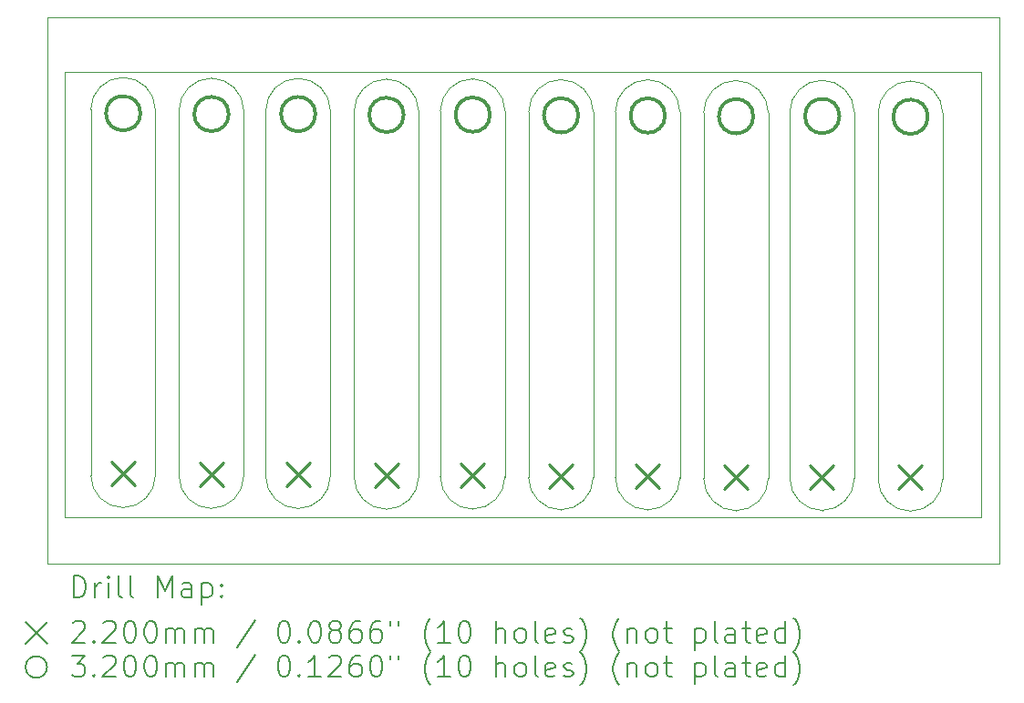
<source format=gbr>
%TF.GenerationSoftware,KiCad,Pcbnew,7.0.1*%
%TF.CreationDate,2023-03-31T11:37:34-07:00*%
%TF.ProjectId,leaf springs,6c656166-2073-4707-9269-6e67732e6b69,rev?*%
%TF.SameCoordinates,Original*%
%TF.FileFunction,Drillmap*%
%TF.FilePolarity,Positive*%
%FSLAX45Y45*%
G04 Gerber Fmt 4.5, Leading zero omitted, Abs format (unit mm)*
G04 Created by KiCad (PCBNEW 7.0.1) date 2023-03-31 11:37:34*
%MOMM*%
%LPD*%
G01*
G04 APERTURE LIST*
%ADD10C,0.100000*%
%ADD11C,0.200000*%
%ADD12C,0.220000*%
%ADD13C,0.320000*%
G04 APERTURE END LIST*
D10*
X15882000Y-9231000D02*
X15882000Y-9231000D01*
X12936000Y-5518000D02*
G75*
G03*
X12636000Y-5218000I-300000J0D01*
G01*
X14261000Y-9226000D02*
G75*
G03*
X14561000Y-8926000I0J300000D01*
G01*
X18627000Y-5546000D02*
G75*
G03*
X18327000Y-5246000I-300000J0D01*
G01*
X12936000Y-5518000D02*
X12936000Y-8918000D01*
X15582000Y-8931000D02*
X15582000Y-5531000D01*
X17807000Y-5539000D02*
X17807000Y-8939000D01*
X16402000Y-8938000D02*
X16402000Y-5538000D01*
X17002000Y-5538000D02*
X17002000Y-8938000D01*
X15882000Y-9231000D02*
G75*
G03*
X16182000Y-8931000I0J300000D01*
G01*
X18327000Y-9246000D02*
G75*
G03*
X18627000Y-8946000I0J300000D01*
G01*
X14261000Y-5226000D02*
G75*
G03*
X13961000Y-5526000I0J-300000D01*
G01*
X13456000Y-9225000D02*
X13456000Y-9225000D01*
X13456000Y-9225000D02*
G75*
G03*
X13756000Y-8925000I0J300000D01*
G01*
X19126868Y-5243868D02*
G75*
G03*
X18826868Y-5543868I2J-300002D01*
G01*
X17207000Y-8939000D02*
X17207000Y-5539000D01*
X13156000Y-8925000D02*
G75*
G03*
X13456000Y-9225000I300000J0D01*
G01*
X17807000Y-5539000D02*
G75*
G03*
X17507000Y-5239000I-300000J0D01*
G01*
X18027000Y-8946000D02*
G75*
G03*
X18327000Y-9246000I300000J0D01*
G01*
X19946868Y-9250868D02*
G75*
G03*
X20246868Y-8950868I2J299998D01*
G01*
X15081000Y-5233000D02*
G75*
G03*
X14781000Y-5533000I0J-300000D01*
G01*
X15081000Y-9233000D02*
X15081000Y-9233000D01*
X19126868Y-5243868D02*
X19126868Y-5243868D01*
X16702000Y-5238000D02*
G75*
G03*
X16402000Y-5538000I0J-300000D01*
G01*
X15081000Y-9233000D02*
G75*
G03*
X15381000Y-8933000I0J300000D01*
G01*
X18327000Y-9246000D02*
X18327000Y-9246000D01*
X17207000Y-8939000D02*
G75*
G03*
X17507000Y-9239000I300000J0D01*
G01*
X19126868Y-9243868D02*
X19126868Y-9243868D01*
X13756000Y-5525000D02*
X13756000Y-8925000D01*
X13961000Y-8926000D02*
G75*
G03*
X14261000Y-9226000I300000J0D01*
G01*
X20246868Y-5550868D02*
X20246868Y-8950868D01*
X15081000Y-5233000D02*
X15081000Y-5233000D01*
X13156000Y-8925000D02*
X13156000Y-5525000D01*
X20246872Y-5550868D02*
G75*
G03*
X19946868Y-5250868I-300002J-2D01*
G01*
X14261000Y-5226000D02*
X14261000Y-5226000D01*
X17507000Y-9239000D02*
G75*
G03*
X17807000Y-8939000I0J300000D01*
G01*
X13456000Y-5225000D02*
X13456000Y-5225000D01*
X17507000Y-9239000D02*
X17507000Y-9239000D01*
X18327000Y-5246000D02*
X18327000Y-5246000D01*
X18027000Y-8946000D02*
X18027000Y-5546000D01*
X18826868Y-8943868D02*
X18826868Y-5543868D01*
X15882000Y-5231000D02*
G75*
G03*
X15582000Y-5531000I0J-300000D01*
G01*
X13456000Y-5225000D02*
G75*
G03*
X13156000Y-5525000I0J-300000D01*
G01*
X14561000Y-5526000D02*
X14561000Y-8926000D01*
X14781000Y-8933000D02*
G75*
G03*
X15081000Y-9233000I300000J0D01*
G01*
X17507000Y-5239000D02*
X17507000Y-5239000D01*
X12636000Y-9218000D02*
G75*
G03*
X12936000Y-8918000I0J300000D01*
G01*
X16402000Y-8938000D02*
G75*
G03*
X16702000Y-9238000I300000J0D01*
G01*
X18826872Y-8943868D02*
G75*
G03*
X19126868Y-9243868I299998J-2D01*
G01*
X12336000Y-8918000D02*
G75*
G03*
X12636000Y-9218000I300000J0D01*
G01*
X13756000Y-5525000D02*
G75*
G03*
X13456000Y-5225000I-300000J0D01*
G01*
X14781000Y-8933000D02*
X14781000Y-5533000D01*
X17507000Y-5239000D02*
G75*
G03*
X17207000Y-5539000I0J-300000D01*
G01*
X19946868Y-5250868D02*
G75*
G03*
X19646868Y-5550868I2J-300002D01*
G01*
X12093000Y-5171000D02*
X20603000Y-5171000D01*
X20603000Y-9310000D01*
X12093000Y-9310000D01*
X12093000Y-5171000D01*
X16182000Y-5531000D02*
G75*
G03*
X15882000Y-5231000I-300000J0D01*
G01*
X12636000Y-5218000D02*
X12636000Y-5218000D01*
X15381000Y-5533000D02*
G75*
G03*
X15081000Y-5233000I-300000J0D01*
G01*
X14561000Y-5526000D02*
G75*
G03*
X14261000Y-5226000I-300000J0D01*
G01*
X19646868Y-8950868D02*
X19646868Y-5550868D01*
X17002000Y-5538000D02*
G75*
G03*
X16702000Y-5238000I-300000J0D01*
G01*
X12636000Y-5218000D02*
G75*
G03*
X12336000Y-5518000I0J-300000D01*
G01*
X19946868Y-5250868D02*
X19946868Y-5250868D01*
X13961000Y-8926000D02*
X13961000Y-5526000D01*
X18627000Y-5546000D02*
X18627000Y-8946000D01*
X16182000Y-5531000D02*
X16182000Y-8931000D01*
X19426868Y-5543868D02*
X19426868Y-8943868D01*
X19426872Y-5543868D02*
G75*
G03*
X19126868Y-5243868I-300002J-2D01*
G01*
X12636000Y-9218000D02*
X12636000Y-9218000D01*
X16702000Y-5238000D02*
X16702000Y-5238000D01*
X18327000Y-5246000D02*
G75*
G03*
X18027000Y-5546000I0J-300000D01*
G01*
X15882000Y-5231000D02*
X15882000Y-5231000D01*
X19126868Y-9243868D02*
G75*
G03*
X19426868Y-8943868I2J299998D01*
G01*
X14261000Y-9226000D02*
X14261000Y-9226000D01*
X12336000Y-8918000D02*
X12336000Y-5518000D01*
X11935000Y-4656000D02*
X20773000Y-4656000D01*
X20773000Y-9735000D01*
X11935000Y-9735000D01*
X11935000Y-4656000D01*
X16702000Y-9238000D02*
G75*
G03*
X17002000Y-8938000I0J300000D01*
G01*
X19946868Y-9250868D02*
X19946868Y-9250868D01*
X16702000Y-9238000D02*
X16702000Y-9238000D01*
X15381000Y-5533000D02*
X15381000Y-8933000D01*
X19646872Y-8950868D02*
G75*
G03*
X19946868Y-9250868I299998J-2D01*
G01*
X15582000Y-8931000D02*
G75*
G03*
X15882000Y-9231000I300000J0D01*
G01*
D11*
D12*
X12525000Y-8795000D02*
X12745000Y-9015000D01*
X12745000Y-8795000D02*
X12525000Y-9015000D01*
X13345000Y-8802000D02*
X13565000Y-9022000D01*
X13565000Y-8802000D02*
X13345000Y-9022000D01*
X14150000Y-8803000D02*
X14370000Y-9023000D01*
X14370000Y-8803000D02*
X14150000Y-9023000D01*
X14970000Y-8810000D02*
X15190000Y-9030000D01*
X15190000Y-8810000D02*
X14970000Y-9030000D01*
X15771000Y-8808000D02*
X15991000Y-9028000D01*
X15991000Y-8808000D02*
X15771000Y-9028000D01*
X16591000Y-8815000D02*
X16811000Y-9035000D01*
X16811000Y-8815000D02*
X16591000Y-9035000D01*
X17396000Y-8816000D02*
X17616000Y-9036000D01*
X17616000Y-8816000D02*
X17396000Y-9036000D01*
X18216000Y-8823000D02*
X18436000Y-9043000D01*
X18436000Y-8823000D02*
X18216000Y-9043000D01*
X19015868Y-8820868D02*
X19235868Y-9040868D01*
X19235868Y-8820868D02*
X19015868Y-9040868D01*
X19835868Y-8827868D02*
X20055868Y-9047868D01*
X20055868Y-8827868D02*
X19835868Y-9047868D01*
D13*
X12797000Y-5551000D02*
G75*
G03*
X12797000Y-5551000I-160000J0D01*
G01*
X13617000Y-5558000D02*
G75*
G03*
X13617000Y-5558000I-160000J0D01*
G01*
X14422000Y-5559000D02*
G75*
G03*
X14422000Y-5559000I-160000J0D01*
G01*
X15242000Y-5566000D02*
G75*
G03*
X15242000Y-5566000I-160000J0D01*
G01*
X16043000Y-5564000D02*
G75*
G03*
X16043000Y-5564000I-160000J0D01*
G01*
X16863000Y-5571000D02*
G75*
G03*
X16863000Y-5571000I-160000J0D01*
G01*
X17668000Y-5572000D02*
G75*
G03*
X17668000Y-5572000I-160000J0D01*
G01*
X18488000Y-5579000D02*
G75*
G03*
X18488000Y-5579000I-160000J0D01*
G01*
X19287868Y-5576868D02*
G75*
G03*
X19287868Y-5576868I-160000J0D01*
G01*
X20107868Y-5583868D02*
G75*
G03*
X20107868Y-5583868I-160000J0D01*
G01*
D11*
X12177619Y-10052524D02*
X12177619Y-9852524D01*
X12177619Y-9852524D02*
X12225238Y-9852524D01*
X12225238Y-9852524D02*
X12253809Y-9862048D01*
X12253809Y-9862048D02*
X12272857Y-9881095D01*
X12272857Y-9881095D02*
X12282381Y-9900143D01*
X12282381Y-9900143D02*
X12291905Y-9938238D01*
X12291905Y-9938238D02*
X12291905Y-9966810D01*
X12291905Y-9966810D02*
X12282381Y-10004905D01*
X12282381Y-10004905D02*
X12272857Y-10023952D01*
X12272857Y-10023952D02*
X12253809Y-10043000D01*
X12253809Y-10043000D02*
X12225238Y-10052524D01*
X12225238Y-10052524D02*
X12177619Y-10052524D01*
X12377619Y-10052524D02*
X12377619Y-9919190D01*
X12377619Y-9957286D02*
X12387143Y-9938238D01*
X12387143Y-9938238D02*
X12396667Y-9928714D01*
X12396667Y-9928714D02*
X12415714Y-9919190D01*
X12415714Y-9919190D02*
X12434762Y-9919190D01*
X12501428Y-10052524D02*
X12501428Y-9919190D01*
X12501428Y-9852524D02*
X12491905Y-9862048D01*
X12491905Y-9862048D02*
X12501428Y-9871571D01*
X12501428Y-9871571D02*
X12510952Y-9862048D01*
X12510952Y-9862048D02*
X12501428Y-9852524D01*
X12501428Y-9852524D02*
X12501428Y-9871571D01*
X12625238Y-10052524D02*
X12606190Y-10043000D01*
X12606190Y-10043000D02*
X12596667Y-10023952D01*
X12596667Y-10023952D02*
X12596667Y-9852524D01*
X12730000Y-10052524D02*
X12710952Y-10043000D01*
X12710952Y-10043000D02*
X12701428Y-10023952D01*
X12701428Y-10023952D02*
X12701428Y-9852524D01*
X12958571Y-10052524D02*
X12958571Y-9852524D01*
X12958571Y-9852524D02*
X13025238Y-9995381D01*
X13025238Y-9995381D02*
X13091905Y-9852524D01*
X13091905Y-9852524D02*
X13091905Y-10052524D01*
X13272857Y-10052524D02*
X13272857Y-9947762D01*
X13272857Y-9947762D02*
X13263333Y-9928714D01*
X13263333Y-9928714D02*
X13244286Y-9919190D01*
X13244286Y-9919190D02*
X13206190Y-9919190D01*
X13206190Y-9919190D02*
X13187143Y-9928714D01*
X13272857Y-10043000D02*
X13253809Y-10052524D01*
X13253809Y-10052524D02*
X13206190Y-10052524D01*
X13206190Y-10052524D02*
X13187143Y-10043000D01*
X13187143Y-10043000D02*
X13177619Y-10023952D01*
X13177619Y-10023952D02*
X13177619Y-10004905D01*
X13177619Y-10004905D02*
X13187143Y-9985857D01*
X13187143Y-9985857D02*
X13206190Y-9976333D01*
X13206190Y-9976333D02*
X13253809Y-9976333D01*
X13253809Y-9976333D02*
X13272857Y-9966810D01*
X13368095Y-9919190D02*
X13368095Y-10119190D01*
X13368095Y-9928714D02*
X13387143Y-9919190D01*
X13387143Y-9919190D02*
X13425238Y-9919190D01*
X13425238Y-9919190D02*
X13444286Y-9928714D01*
X13444286Y-9928714D02*
X13453809Y-9938238D01*
X13453809Y-9938238D02*
X13463333Y-9957286D01*
X13463333Y-9957286D02*
X13463333Y-10014429D01*
X13463333Y-10014429D02*
X13453809Y-10033476D01*
X13453809Y-10033476D02*
X13444286Y-10043000D01*
X13444286Y-10043000D02*
X13425238Y-10052524D01*
X13425238Y-10052524D02*
X13387143Y-10052524D01*
X13387143Y-10052524D02*
X13368095Y-10043000D01*
X13549048Y-10033476D02*
X13558571Y-10043000D01*
X13558571Y-10043000D02*
X13549048Y-10052524D01*
X13549048Y-10052524D02*
X13539524Y-10043000D01*
X13539524Y-10043000D02*
X13549048Y-10033476D01*
X13549048Y-10033476D02*
X13549048Y-10052524D01*
X13549048Y-9928714D02*
X13558571Y-9938238D01*
X13558571Y-9938238D02*
X13549048Y-9947762D01*
X13549048Y-9947762D02*
X13539524Y-9938238D01*
X13539524Y-9938238D02*
X13549048Y-9928714D01*
X13549048Y-9928714D02*
X13549048Y-9947762D01*
X11730000Y-10280000D02*
X11930000Y-10480000D01*
X11930000Y-10280000D02*
X11730000Y-10480000D01*
X12168095Y-10291571D02*
X12177619Y-10282048D01*
X12177619Y-10282048D02*
X12196667Y-10272524D01*
X12196667Y-10272524D02*
X12244286Y-10272524D01*
X12244286Y-10272524D02*
X12263333Y-10282048D01*
X12263333Y-10282048D02*
X12272857Y-10291571D01*
X12272857Y-10291571D02*
X12282381Y-10310619D01*
X12282381Y-10310619D02*
X12282381Y-10329667D01*
X12282381Y-10329667D02*
X12272857Y-10358238D01*
X12272857Y-10358238D02*
X12158571Y-10472524D01*
X12158571Y-10472524D02*
X12282381Y-10472524D01*
X12368095Y-10453476D02*
X12377619Y-10463000D01*
X12377619Y-10463000D02*
X12368095Y-10472524D01*
X12368095Y-10472524D02*
X12358571Y-10463000D01*
X12358571Y-10463000D02*
X12368095Y-10453476D01*
X12368095Y-10453476D02*
X12368095Y-10472524D01*
X12453809Y-10291571D02*
X12463333Y-10282048D01*
X12463333Y-10282048D02*
X12482381Y-10272524D01*
X12482381Y-10272524D02*
X12530000Y-10272524D01*
X12530000Y-10272524D02*
X12549048Y-10282048D01*
X12549048Y-10282048D02*
X12558571Y-10291571D01*
X12558571Y-10291571D02*
X12568095Y-10310619D01*
X12568095Y-10310619D02*
X12568095Y-10329667D01*
X12568095Y-10329667D02*
X12558571Y-10358238D01*
X12558571Y-10358238D02*
X12444286Y-10472524D01*
X12444286Y-10472524D02*
X12568095Y-10472524D01*
X12691905Y-10272524D02*
X12710952Y-10272524D01*
X12710952Y-10272524D02*
X12730000Y-10282048D01*
X12730000Y-10282048D02*
X12739524Y-10291571D01*
X12739524Y-10291571D02*
X12749048Y-10310619D01*
X12749048Y-10310619D02*
X12758571Y-10348714D01*
X12758571Y-10348714D02*
X12758571Y-10396333D01*
X12758571Y-10396333D02*
X12749048Y-10434429D01*
X12749048Y-10434429D02*
X12739524Y-10453476D01*
X12739524Y-10453476D02*
X12730000Y-10463000D01*
X12730000Y-10463000D02*
X12710952Y-10472524D01*
X12710952Y-10472524D02*
X12691905Y-10472524D01*
X12691905Y-10472524D02*
X12672857Y-10463000D01*
X12672857Y-10463000D02*
X12663333Y-10453476D01*
X12663333Y-10453476D02*
X12653809Y-10434429D01*
X12653809Y-10434429D02*
X12644286Y-10396333D01*
X12644286Y-10396333D02*
X12644286Y-10348714D01*
X12644286Y-10348714D02*
X12653809Y-10310619D01*
X12653809Y-10310619D02*
X12663333Y-10291571D01*
X12663333Y-10291571D02*
X12672857Y-10282048D01*
X12672857Y-10282048D02*
X12691905Y-10272524D01*
X12882381Y-10272524D02*
X12901429Y-10272524D01*
X12901429Y-10272524D02*
X12920476Y-10282048D01*
X12920476Y-10282048D02*
X12930000Y-10291571D01*
X12930000Y-10291571D02*
X12939524Y-10310619D01*
X12939524Y-10310619D02*
X12949048Y-10348714D01*
X12949048Y-10348714D02*
X12949048Y-10396333D01*
X12949048Y-10396333D02*
X12939524Y-10434429D01*
X12939524Y-10434429D02*
X12930000Y-10453476D01*
X12930000Y-10453476D02*
X12920476Y-10463000D01*
X12920476Y-10463000D02*
X12901429Y-10472524D01*
X12901429Y-10472524D02*
X12882381Y-10472524D01*
X12882381Y-10472524D02*
X12863333Y-10463000D01*
X12863333Y-10463000D02*
X12853809Y-10453476D01*
X12853809Y-10453476D02*
X12844286Y-10434429D01*
X12844286Y-10434429D02*
X12834762Y-10396333D01*
X12834762Y-10396333D02*
X12834762Y-10348714D01*
X12834762Y-10348714D02*
X12844286Y-10310619D01*
X12844286Y-10310619D02*
X12853809Y-10291571D01*
X12853809Y-10291571D02*
X12863333Y-10282048D01*
X12863333Y-10282048D02*
X12882381Y-10272524D01*
X13034762Y-10472524D02*
X13034762Y-10339190D01*
X13034762Y-10358238D02*
X13044286Y-10348714D01*
X13044286Y-10348714D02*
X13063333Y-10339190D01*
X13063333Y-10339190D02*
X13091905Y-10339190D01*
X13091905Y-10339190D02*
X13110952Y-10348714D01*
X13110952Y-10348714D02*
X13120476Y-10367762D01*
X13120476Y-10367762D02*
X13120476Y-10472524D01*
X13120476Y-10367762D02*
X13130000Y-10348714D01*
X13130000Y-10348714D02*
X13149048Y-10339190D01*
X13149048Y-10339190D02*
X13177619Y-10339190D01*
X13177619Y-10339190D02*
X13196667Y-10348714D01*
X13196667Y-10348714D02*
X13206190Y-10367762D01*
X13206190Y-10367762D02*
X13206190Y-10472524D01*
X13301429Y-10472524D02*
X13301429Y-10339190D01*
X13301429Y-10358238D02*
X13310952Y-10348714D01*
X13310952Y-10348714D02*
X13330000Y-10339190D01*
X13330000Y-10339190D02*
X13358571Y-10339190D01*
X13358571Y-10339190D02*
X13377619Y-10348714D01*
X13377619Y-10348714D02*
X13387143Y-10367762D01*
X13387143Y-10367762D02*
X13387143Y-10472524D01*
X13387143Y-10367762D02*
X13396667Y-10348714D01*
X13396667Y-10348714D02*
X13415714Y-10339190D01*
X13415714Y-10339190D02*
X13444286Y-10339190D01*
X13444286Y-10339190D02*
X13463333Y-10348714D01*
X13463333Y-10348714D02*
X13472857Y-10367762D01*
X13472857Y-10367762D02*
X13472857Y-10472524D01*
X13863333Y-10263000D02*
X13691905Y-10520143D01*
X14120476Y-10272524D02*
X14139524Y-10272524D01*
X14139524Y-10272524D02*
X14158572Y-10282048D01*
X14158572Y-10282048D02*
X14168095Y-10291571D01*
X14168095Y-10291571D02*
X14177619Y-10310619D01*
X14177619Y-10310619D02*
X14187143Y-10348714D01*
X14187143Y-10348714D02*
X14187143Y-10396333D01*
X14187143Y-10396333D02*
X14177619Y-10434429D01*
X14177619Y-10434429D02*
X14168095Y-10453476D01*
X14168095Y-10453476D02*
X14158572Y-10463000D01*
X14158572Y-10463000D02*
X14139524Y-10472524D01*
X14139524Y-10472524D02*
X14120476Y-10472524D01*
X14120476Y-10472524D02*
X14101429Y-10463000D01*
X14101429Y-10463000D02*
X14091905Y-10453476D01*
X14091905Y-10453476D02*
X14082381Y-10434429D01*
X14082381Y-10434429D02*
X14072857Y-10396333D01*
X14072857Y-10396333D02*
X14072857Y-10348714D01*
X14072857Y-10348714D02*
X14082381Y-10310619D01*
X14082381Y-10310619D02*
X14091905Y-10291571D01*
X14091905Y-10291571D02*
X14101429Y-10282048D01*
X14101429Y-10282048D02*
X14120476Y-10272524D01*
X14272857Y-10453476D02*
X14282381Y-10463000D01*
X14282381Y-10463000D02*
X14272857Y-10472524D01*
X14272857Y-10472524D02*
X14263333Y-10463000D01*
X14263333Y-10463000D02*
X14272857Y-10453476D01*
X14272857Y-10453476D02*
X14272857Y-10472524D01*
X14406191Y-10272524D02*
X14425238Y-10272524D01*
X14425238Y-10272524D02*
X14444286Y-10282048D01*
X14444286Y-10282048D02*
X14453810Y-10291571D01*
X14453810Y-10291571D02*
X14463333Y-10310619D01*
X14463333Y-10310619D02*
X14472857Y-10348714D01*
X14472857Y-10348714D02*
X14472857Y-10396333D01*
X14472857Y-10396333D02*
X14463333Y-10434429D01*
X14463333Y-10434429D02*
X14453810Y-10453476D01*
X14453810Y-10453476D02*
X14444286Y-10463000D01*
X14444286Y-10463000D02*
X14425238Y-10472524D01*
X14425238Y-10472524D02*
X14406191Y-10472524D01*
X14406191Y-10472524D02*
X14387143Y-10463000D01*
X14387143Y-10463000D02*
X14377619Y-10453476D01*
X14377619Y-10453476D02*
X14368095Y-10434429D01*
X14368095Y-10434429D02*
X14358572Y-10396333D01*
X14358572Y-10396333D02*
X14358572Y-10348714D01*
X14358572Y-10348714D02*
X14368095Y-10310619D01*
X14368095Y-10310619D02*
X14377619Y-10291571D01*
X14377619Y-10291571D02*
X14387143Y-10282048D01*
X14387143Y-10282048D02*
X14406191Y-10272524D01*
X14587143Y-10358238D02*
X14568095Y-10348714D01*
X14568095Y-10348714D02*
X14558572Y-10339190D01*
X14558572Y-10339190D02*
X14549048Y-10320143D01*
X14549048Y-10320143D02*
X14549048Y-10310619D01*
X14549048Y-10310619D02*
X14558572Y-10291571D01*
X14558572Y-10291571D02*
X14568095Y-10282048D01*
X14568095Y-10282048D02*
X14587143Y-10272524D01*
X14587143Y-10272524D02*
X14625238Y-10272524D01*
X14625238Y-10272524D02*
X14644286Y-10282048D01*
X14644286Y-10282048D02*
X14653810Y-10291571D01*
X14653810Y-10291571D02*
X14663333Y-10310619D01*
X14663333Y-10310619D02*
X14663333Y-10320143D01*
X14663333Y-10320143D02*
X14653810Y-10339190D01*
X14653810Y-10339190D02*
X14644286Y-10348714D01*
X14644286Y-10348714D02*
X14625238Y-10358238D01*
X14625238Y-10358238D02*
X14587143Y-10358238D01*
X14587143Y-10358238D02*
X14568095Y-10367762D01*
X14568095Y-10367762D02*
X14558572Y-10377286D01*
X14558572Y-10377286D02*
X14549048Y-10396333D01*
X14549048Y-10396333D02*
X14549048Y-10434429D01*
X14549048Y-10434429D02*
X14558572Y-10453476D01*
X14558572Y-10453476D02*
X14568095Y-10463000D01*
X14568095Y-10463000D02*
X14587143Y-10472524D01*
X14587143Y-10472524D02*
X14625238Y-10472524D01*
X14625238Y-10472524D02*
X14644286Y-10463000D01*
X14644286Y-10463000D02*
X14653810Y-10453476D01*
X14653810Y-10453476D02*
X14663333Y-10434429D01*
X14663333Y-10434429D02*
X14663333Y-10396333D01*
X14663333Y-10396333D02*
X14653810Y-10377286D01*
X14653810Y-10377286D02*
X14644286Y-10367762D01*
X14644286Y-10367762D02*
X14625238Y-10358238D01*
X14834762Y-10272524D02*
X14796667Y-10272524D01*
X14796667Y-10272524D02*
X14777619Y-10282048D01*
X14777619Y-10282048D02*
X14768095Y-10291571D01*
X14768095Y-10291571D02*
X14749048Y-10320143D01*
X14749048Y-10320143D02*
X14739524Y-10358238D01*
X14739524Y-10358238D02*
X14739524Y-10434429D01*
X14739524Y-10434429D02*
X14749048Y-10453476D01*
X14749048Y-10453476D02*
X14758572Y-10463000D01*
X14758572Y-10463000D02*
X14777619Y-10472524D01*
X14777619Y-10472524D02*
X14815714Y-10472524D01*
X14815714Y-10472524D02*
X14834762Y-10463000D01*
X14834762Y-10463000D02*
X14844286Y-10453476D01*
X14844286Y-10453476D02*
X14853810Y-10434429D01*
X14853810Y-10434429D02*
X14853810Y-10386810D01*
X14853810Y-10386810D02*
X14844286Y-10367762D01*
X14844286Y-10367762D02*
X14834762Y-10358238D01*
X14834762Y-10358238D02*
X14815714Y-10348714D01*
X14815714Y-10348714D02*
X14777619Y-10348714D01*
X14777619Y-10348714D02*
X14758572Y-10358238D01*
X14758572Y-10358238D02*
X14749048Y-10367762D01*
X14749048Y-10367762D02*
X14739524Y-10386810D01*
X15025238Y-10272524D02*
X14987143Y-10272524D01*
X14987143Y-10272524D02*
X14968095Y-10282048D01*
X14968095Y-10282048D02*
X14958572Y-10291571D01*
X14958572Y-10291571D02*
X14939524Y-10320143D01*
X14939524Y-10320143D02*
X14930000Y-10358238D01*
X14930000Y-10358238D02*
X14930000Y-10434429D01*
X14930000Y-10434429D02*
X14939524Y-10453476D01*
X14939524Y-10453476D02*
X14949048Y-10463000D01*
X14949048Y-10463000D02*
X14968095Y-10472524D01*
X14968095Y-10472524D02*
X15006191Y-10472524D01*
X15006191Y-10472524D02*
X15025238Y-10463000D01*
X15025238Y-10463000D02*
X15034762Y-10453476D01*
X15034762Y-10453476D02*
X15044286Y-10434429D01*
X15044286Y-10434429D02*
X15044286Y-10386810D01*
X15044286Y-10386810D02*
X15034762Y-10367762D01*
X15034762Y-10367762D02*
X15025238Y-10358238D01*
X15025238Y-10358238D02*
X15006191Y-10348714D01*
X15006191Y-10348714D02*
X14968095Y-10348714D01*
X14968095Y-10348714D02*
X14949048Y-10358238D01*
X14949048Y-10358238D02*
X14939524Y-10367762D01*
X14939524Y-10367762D02*
X14930000Y-10386810D01*
X15120476Y-10272524D02*
X15120476Y-10310619D01*
X15196667Y-10272524D02*
X15196667Y-10310619D01*
X15491905Y-10548714D02*
X15482381Y-10539190D01*
X15482381Y-10539190D02*
X15463334Y-10510619D01*
X15463334Y-10510619D02*
X15453810Y-10491571D01*
X15453810Y-10491571D02*
X15444286Y-10463000D01*
X15444286Y-10463000D02*
X15434762Y-10415381D01*
X15434762Y-10415381D02*
X15434762Y-10377286D01*
X15434762Y-10377286D02*
X15444286Y-10329667D01*
X15444286Y-10329667D02*
X15453810Y-10301095D01*
X15453810Y-10301095D02*
X15463334Y-10282048D01*
X15463334Y-10282048D02*
X15482381Y-10253476D01*
X15482381Y-10253476D02*
X15491905Y-10243952D01*
X15672857Y-10472524D02*
X15558572Y-10472524D01*
X15615714Y-10472524D02*
X15615714Y-10272524D01*
X15615714Y-10272524D02*
X15596667Y-10301095D01*
X15596667Y-10301095D02*
X15577619Y-10320143D01*
X15577619Y-10320143D02*
X15558572Y-10329667D01*
X15796667Y-10272524D02*
X15815715Y-10272524D01*
X15815715Y-10272524D02*
X15834762Y-10282048D01*
X15834762Y-10282048D02*
X15844286Y-10291571D01*
X15844286Y-10291571D02*
X15853810Y-10310619D01*
X15853810Y-10310619D02*
X15863334Y-10348714D01*
X15863334Y-10348714D02*
X15863334Y-10396333D01*
X15863334Y-10396333D02*
X15853810Y-10434429D01*
X15853810Y-10434429D02*
X15844286Y-10453476D01*
X15844286Y-10453476D02*
X15834762Y-10463000D01*
X15834762Y-10463000D02*
X15815715Y-10472524D01*
X15815715Y-10472524D02*
X15796667Y-10472524D01*
X15796667Y-10472524D02*
X15777619Y-10463000D01*
X15777619Y-10463000D02*
X15768095Y-10453476D01*
X15768095Y-10453476D02*
X15758572Y-10434429D01*
X15758572Y-10434429D02*
X15749048Y-10396333D01*
X15749048Y-10396333D02*
X15749048Y-10348714D01*
X15749048Y-10348714D02*
X15758572Y-10310619D01*
X15758572Y-10310619D02*
X15768095Y-10291571D01*
X15768095Y-10291571D02*
X15777619Y-10282048D01*
X15777619Y-10282048D02*
X15796667Y-10272524D01*
X16101429Y-10472524D02*
X16101429Y-10272524D01*
X16187143Y-10472524D02*
X16187143Y-10367762D01*
X16187143Y-10367762D02*
X16177619Y-10348714D01*
X16177619Y-10348714D02*
X16158572Y-10339190D01*
X16158572Y-10339190D02*
X16130000Y-10339190D01*
X16130000Y-10339190D02*
X16110953Y-10348714D01*
X16110953Y-10348714D02*
X16101429Y-10358238D01*
X16310953Y-10472524D02*
X16291905Y-10463000D01*
X16291905Y-10463000D02*
X16282381Y-10453476D01*
X16282381Y-10453476D02*
X16272857Y-10434429D01*
X16272857Y-10434429D02*
X16272857Y-10377286D01*
X16272857Y-10377286D02*
X16282381Y-10358238D01*
X16282381Y-10358238D02*
X16291905Y-10348714D01*
X16291905Y-10348714D02*
X16310953Y-10339190D01*
X16310953Y-10339190D02*
X16339524Y-10339190D01*
X16339524Y-10339190D02*
X16358572Y-10348714D01*
X16358572Y-10348714D02*
X16368096Y-10358238D01*
X16368096Y-10358238D02*
X16377619Y-10377286D01*
X16377619Y-10377286D02*
X16377619Y-10434429D01*
X16377619Y-10434429D02*
X16368096Y-10453476D01*
X16368096Y-10453476D02*
X16358572Y-10463000D01*
X16358572Y-10463000D02*
X16339524Y-10472524D01*
X16339524Y-10472524D02*
X16310953Y-10472524D01*
X16491905Y-10472524D02*
X16472857Y-10463000D01*
X16472857Y-10463000D02*
X16463334Y-10443952D01*
X16463334Y-10443952D02*
X16463334Y-10272524D01*
X16644286Y-10463000D02*
X16625238Y-10472524D01*
X16625238Y-10472524D02*
X16587143Y-10472524D01*
X16587143Y-10472524D02*
X16568096Y-10463000D01*
X16568096Y-10463000D02*
X16558572Y-10443952D01*
X16558572Y-10443952D02*
X16558572Y-10367762D01*
X16558572Y-10367762D02*
X16568096Y-10348714D01*
X16568096Y-10348714D02*
X16587143Y-10339190D01*
X16587143Y-10339190D02*
X16625238Y-10339190D01*
X16625238Y-10339190D02*
X16644286Y-10348714D01*
X16644286Y-10348714D02*
X16653810Y-10367762D01*
X16653810Y-10367762D02*
X16653810Y-10386810D01*
X16653810Y-10386810D02*
X16558572Y-10405857D01*
X16730000Y-10463000D02*
X16749048Y-10472524D01*
X16749048Y-10472524D02*
X16787143Y-10472524D01*
X16787143Y-10472524D02*
X16806191Y-10463000D01*
X16806191Y-10463000D02*
X16815715Y-10443952D01*
X16815715Y-10443952D02*
X16815715Y-10434429D01*
X16815715Y-10434429D02*
X16806191Y-10415381D01*
X16806191Y-10415381D02*
X16787143Y-10405857D01*
X16787143Y-10405857D02*
X16758572Y-10405857D01*
X16758572Y-10405857D02*
X16739524Y-10396333D01*
X16739524Y-10396333D02*
X16730000Y-10377286D01*
X16730000Y-10377286D02*
X16730000Y-10367762D01*
X16730000Y-10367762D02*
X16739524Y-10348714D01*
X16739524Y-10348714D02*
X16758572Y-10339190D01*
X16758572Y-10339190D02*
X16787143Y-10339190D01*
X16787143Y-10339190D02*
X16806191Y-10348714D01*
X16882381Y-10548714D02*
X16891905Y-10539190D01*
X16891905Y-10539190D02*
X16910953Y-10510619D01*
X16910953Y-10510619D02*
X16920477Y-10491571D01*
X16920477Y-10491571D02*
X16930000Y-10463000D01*
X16930000Y-10463000D02*
X16939524Y-10415381D01*
X16939524Y-10415381D02*
X16939524Y-10377286D01*
X16939524Y-10377286D02*
X16930000Y-10329667D01*
X16930000Y-10329667D02*
X16920477Y-10301095D01*
X16920477Y-10301095D02*
X16910953Y-10282048D01*
X16910953Y-10282048D02*
X16891905Y-10253476D01*
X16891905Y-10253476D02*
X16882381Y-10243952D01*
X17244286Y-10548714D02*
X17234762Y-10539190D01*
X17234762Y-10539190D02*
X17215715Y-10510619D01*
X17215715Y-10510619D02*
X17206191Y-10491571D01*
X17206191Y-10491571D02*
X17196667Y-10463000D01*
X17196667Y-10463000D02*
X17187143Y-10415381D01*
X17187143Y-10415381D02*
X17187143Y-10377286D01*
X17187143Y-10377286D02*
X17196667Y-10329667D01*
X17196667Y-10329667D02*
X17206191Y-10301095D01*
X17206191Y-10301095D02*
X17215715Y-10282048D01*
X17215715Y-10282048D02*
X17234762Y-10253476D01*
X17234762Y-10253476D02*
X17244286Y-10243952D01*
X17320477Y-10339190D02*
X17320477Y-10472524D01*
X17320477Y-10358238D02*
X17330000Y-10348714D01*
X17330000Y-10348714D02*
X17349048Y-10339190D01*
X17349048Y-10339190D02*
X17377620Y-10339190D01*
X17377620Y-10339190D02*
X17396667Y-10348714D01*
X17396667Y-10348714D02*
X17406191Y-10367762D01*
X17406191Y-10367762D02*
X17406191Y-10472524D01*
X17530000Y-10472524D02*
X17510953Y-10463000D01*
X17510953Y-10463000D02*
X17501429Y-10453476D01*
X17501429Y-10453476D02*
X17491905Y-10434429D01*
X17491905Y-10434429D02*
X17491905Y-10377286D01*
X17491905Y-10377286D02*
X17501429Y-10358238D01*
X17501429Y-10358238D02*
X17510953Y-10348714D01*
X17510953Y-10348714D02*
X17530000Y-10339190D01*
X17530000Y-10339190D02*
X17558572Y-10339190D01*
X17558572Y-10339190D02*
X17577620Y-10348714D01*
X17577620Y-10348714D02*
X17587143Y-10358238D01*
X17587143Y-10358238D02*
X17596667Y-10377286D01*
X17596667Y-10377286D02*
X17596667Y-10434429D01*
X17596667Y-10434429D02*
X17587143Y-10453476D01*
X17587143Y-10453476D02*
X17577620Y-10463000D01*
X17577620Y-10463000D02*
X17558572Y-10472524D01*
X17558572Y-10472524D02*
X17530000Y-10472524D01*
X17653810Y-10339190D02*
X17730000Y-10339190D01*
X17682381Y-10272524D02*
X17682381Y-10443952D01*
X17682381Y-10443952D02*
X17691905Y-10463000D01*
X17691905Y-10463000D02*
X17710953Y-10472524D01*
X17710953Y-10472524D02*
X17730000Y-10472524D01*
X17949048Y-10339190D02*
X17949048Y-10539190D01*
X17949048Y-10348714D02*
X17968096Y-10339190D01*
X17968096Y-10339190D02*
X18006191Y-10339190D01*
X18006191Y-10339190D02*
X18025239Y-10348714D01*
X18025239Y-10348714D02*
X18034762Y-10358238D01*
X18034762Y-10358238D02*
X18044286Y-10377286D01*
X18044286Y-10377286D02*
X18044286Y-10434429D01*
X18044286Y-10434429D02*
X18034762Y-10453476D01*
X18034762Y-10453476D02*
X18025239Y-10463000D01*
X18025239Y-10463000D02*
X18006191Y-10472524D01*
X18006191Y-10472524D02*
X17968096Y-10472524D01*
X17968096Y-10472524D02*
X17949048Y-10463000D01*
X18158572Y-10472524D02*
X18139524Y-10463000D01*
X18139524Y-10463000D02*
X18130001Y-10443952D01*
X18130001Y-10443952D02*
X18130001Y-10272524D01*
X18320477Y-10472524D02*
X18320477Y-10367762D01*
X18320477Y-10367762D02*
X18310953Y-10348714D01*
X18310953Y-10348714D02*
X18291905Y-10339190D01*
X18291905Y-10339190D02*
X18253810Y-10339190D01*
X18253810Y-10339190D02*
X18234762Y-10348714D01*
X18320477Y-10463000D02*
X18301429Y-10472524D01*
X18301429Y-10472524D02*
X18253810Y-10472524D01*
X18253810Y-10472524D02*
X18234762Y-10463000D01*
X18234762Y-10463000D02*
X18225239Y-10443952D01*
X18225239Y-10443952D02*
X18225239Y-10424905D01*
X18225239Y-10424905D02*
X18234762Y-10405857D01*
X18234762Y-10405857D02*
X18253810Y-10396333D01*
X18253810Y-10396333D02*
X18301429Y-10396333D01*
X18301429Y-10396333D02*
X18320477Y-10386810D01*
X18387143Y-10339190D02*
X18463334Y-10339190D01*
X18415715Y-10272524D02*
X18415715Y-10443952D01*
X18415715Y-10443952D02*
X18425239Y-10463000D01*
X18425239Y-10463000D02*
X18444286Y-10472524D01*
X18444286Y-10472524D02*
X18463334Y-10472524D01*
X18606191Y-10463000D02*
X18587143Y-10472524D01*
X18587143Y-10472524D02*
X18549048Y-10472524D01*
X18549048Y-10472524D02*
X18530001Y-10463000D01*
X18530001Y-10463000D02*
X18520477Y-10443952D01*
X18520477Y-10443952D02*
X18520477Y-10367762D01*
X18520477Y-10367762D02*
X18530001Y-10348714D01*
X18530001Y-10348714D02*
X18549048Y-10339190D01*
X18549048Y-10339190D02*
X18587143Y-10339190D01*
X18587143Y-10339190D02*
X18606191Y-10348714D01*
X18606191Y-10348714D02*
X18615715Y-10367762D01*
X18615715Y-10367762D02*
X18615715Y-10386810D01*
X18615715Y-10386810D02*
X18520477Y-10405857D01*
X18787143Y-10472524D02*
X18787143Y-10272524D01*
X18787143Y-10463000D02*
X18768096Y-10472524D01*
X18768096Y-10472524D02*
X18730001Y-10472524D01*
X18730001Y-10472524D02*
X18710953Y-10463000D01*
X18710953Y-10463000D02*
X18701429Y-10453476D01*
X18701429Y-10453476D02*
X18691905Y-10434429D01*
X18691905Y-10434429D02*
X18691905Y-10377286D01*
X18691905Y-10377286D02*
X18701429Y-10358238D01*
X18701429Y-10358238D02*
X18710953Y-10348714D01*
X18710953Y-10348714D02*
X18730001Y-10339190D01*
X18730001Y-10339190D02*
X18768096Y-10339190D01*
X18768096Y-10339190D02*
X18787143Y-10348714D01*
X18863334Y-10548714D02*
X18872858Y-10539190D01*
X18872858Y-10539190D02*
X18891905Y-10510619D01*
X18891905Y-10510619D02*
X18901429Y-10491571D01*
X18901429Y-10491571D02*
X18910953Y-10463000D01*
X18910953Y-10463000D02*
X18920477Y-10415381D01*
X18920477Y-10415381D02*
X18920477Y-10377286D01*
X18920477Y-10377286D02*
X18910953Y-10329667D01*
X18910953Y-10329667D02*
X18901429Y-10301095D01*
X18901429Y-10301095D02*
X18891905Y-10282048D01*
X18891905Y-10282048D02*
X18872858Y-10253476D01*
X18872858Y-10253476D02*
X18863334Y-10243952D01*
X11930000Y-10700000D02*
G75*
G03*
X11930000Y-10700000I-100000J0D01*
G01*
X12158571Y-10592524D02*
X12282381Y-10592524D01*
X12282381Y-10592524D02*
X12215714Y-10668714D01*
X12215714Y-10668714D02*
X12244286Y-10668714D01*
X12244286Y-10668714D02*
X12263333Y-10678238D01*
X12263333Y-10678238D02*
X12272857Y-10687762D01*
X12272857Y-10687762D02*
X12282381Y-10706810D01*
X12282381Y-10706810D02*
X12282381Y-10754429D01*
X12282381Y-10754429D02*
X12272857Y-10773476D01*
X12272857Y-10773476D02*
X12263333Y-10783000D01*
X12263333Y-10783000D02*
X12244286Y-10792524D01*
X12244286Y-10792524D02*
X12187143Y-10792524D01*
X12187143Y-10792524D02*
X12168095Y-10783000D01*
X12168095Y-10783000D02*
X12158571Y-10773476D01*
X12368095Y-10773476D02*
X12377619Y-10783000D01*
X12377619Y-10783000D02*
X12368095Y-10792524D01*
X12368095Y-10792524D02*
X12358571Y-10783000D01*
X12358571Y-10783000D02*
X12368095Y-10773476D01*
X12368095Y-10773476D02*
X12368095Y-10792524D01*
X12453809Y-10611571D02*
X12463333Y-10602048D01*
X12463333Y-10602048D02*
X12482381Y-10592524D01*
X12482381Y-10592524D02*
X12530000Y-10592524D01*
X12530000Y-10592524D02*
X12549048Y-10602048D01*
X12549048Y-10602048D02*
X12558571Y-10611571D01*
X12558571Y-10611571D02*
X12568095Y-10630619D01*
X12568095Y-10630619D02*
X12568095Y-10649667D01*
X12568095Y-10649667D02*
X12558571Y-10678238D01*
X12558571Y-10678238D02*
X12444286Y-10792524D01*
X12444286Y-10792524D02*
X12568095Y-10792524D01*
X12691905Y-10592524D02*
X12710952Y-10592524D01*
X12710952Y-10592524D02*
X12730000Y-10602048D01*
X12730000Y-10602048D02*
X12739524Y-10611571D01*
X12739524Y-10611571D02*
X12749048Y-10630619D01*
X12749048Y-10630619D02*
X12758571Y-10668714D01*
X12758571Y-10668714D02*
X12758571Y-10716333D01*
X12758571Y-10716333D02*
X12749048Y-10754429D01*
X12749048Y-10754429D02*
X12739524Y-10773476D01*
X12739524Y-10773476D02*
X12730000Y-10783000D01*
X12730000Y-10783000D02*
X12710952Y-10792524D01*
X12710952Y-10792524D02*
X12691905Y-10792524D01*
X12691905Y-10792524D02*
X12672857Y-10783000D01*
X12672857Y-10783000D02*
X12663333Y-10773476D01*
X12663333Y-10773476D02*
X12653809Y-10754429D01*
X12653809Y-10754429D02*
X12644286Y-10716333D01*
X12644286Y-10716333D02*
X12644286Y-10668714D01*
X12644286Y-10668714D02*
X12653809Y-10630619D01*
X12653809Y-10630619D02*
X12663333Y-10611571D01*
X12663333Y-10611571D02*
X12672857Y-10602048D01*
X12672857Y-10602048D02*
X12691905Y-10592524D01*
X12882381Y-10592524D02*
X12901429Y-10592524D01*
X12901429Y-10592524D02*
X12920476Y-10602048D01*
X12920476Y-10602048D02*
X12930000Y-10611571D01*
X12930000Y-10611571D02*
X12939524Y-10630619D01*
X12939524Y-10630619D02*
X12949048Y-10668714D01*
X12949048Y-10668714D02*
X12949048Y-10716333D01*
X12949048Y-10716333D02*
X12939524Y-10754429D01*
X12939524Y-10754429D02*
X12930000Y-10773476D01*
X12930000Y-10773476D02*
X12920476Y-10783000D01*
X12920476Y-10783000D02*
X12901429Y-10792524D01*
X12901429Y-10792524D02*
X12882381Y-10792524D01*
X12882381Y-10792524D02*
X12863333Y-10783000D01*
X12863333Y-10783000D02*
X12853809Y-10773476D01*
X12853809Y-10773476D02*
X12844286Y-10754429D01*
X12844286Y-10754429D02*
X12834762Y-10716333D01*
X12834762Y-10716333D02*
X12834762Y-10668714D01*
X12834762Y-10668714D02*
X12844286Y-10630619D01*
X12844286Y-10630619D02*
X12853809Y-10611571D01*
X12853809Y-10611571D02*
X12863333Y-10602048D01*
X12863333Y-10602048D02*
X12882381Y-10592524D01*
X13034762Y-10792524D02*
X13034762Y-10659190D01*
X13034762Y-10678238D02*
X13044286Y-10668714D01*
X13044286Y-10668714D02*
X13063333Y-10659190D01*
X13063333Y-10659190D02*
X13091905Y-10659190D01*
X13091905Y-10659190D02*
X13110952Y-10668714D01*
X13110952Y-10668714D02*
X13120476Y-10687762D01*
X13120476Y-10687762D02*
X13120476Y-10792524D01*
X13120476Y-10687762D02*
X13130000Y-10668714D01*
X13130000Y-10668714D02*
X13149048Y-10659190D01*
X13149048Y-10659190D02*
X13177619Y-10659190D01*
X13177619Y-10659190D02*
X13196667Y-10668714D01*
X13196667Y-10668714D02*
X13206190Y-10687762D01*
X13206190Y-10687762D02*
X13206190Y-10792524D01*
X13301429Y-10792524D02*
X13301429Y-10659190D01*
X13301429Y-10678238D02*
X13310952Y-10668714D01*
X13310952Y-10668714D02*
X13330000Y-10659190D01*
X13330000Y-10659190D02*
X13358571Y-10659190D01*
X13358571Y-10659190D02*
X13377619Y-10668714D01*
X13377619Y-10668714D02*
X13387143Y-10687762D01*
X13387143Y-10687762D02*
X13387143Y-10792524D01*
X13387143Y-10687762D02*
X13396667Y-10668714D01*
X13396667Y-10668714D02*
X13415714Y-10659190D01*
X13415714Y-10659190D02*
X13444286Y-10659190D01*
X13444286Y-10659190D02*
X13463333Y-10668714D01*
X13463333Y-10668714D02*
X13472857Y-10687762D01*
X13472857Y-10687762D02*
X13472857Y-10792524D01*
X13863333Y-10583000D02*
X13691905Y-10840143D01*
X14120476Y-10592524D02*
X14139524Y-10592524D01*
X14139524Y-10592524D02*
X14158572Y-10602048D01*
X14158572Y-10602048D02*
X14168095Y-10611571D01*
X14168095Y-10611571D02*
X14177619Y-10630619D01*
X14177619Y-10630619D02*
X14187143Y-10668714D01*
X14187143Y-10668714D02*
X14187143Y-10716333D01*
X14187143Y-10716333D02*
X14177619Y-10754429D01*
X14177619Y-10754429D02*
X14168095Y-10773476D01*
X14168095Y-10773476D02*
X14158572Y-10783000D01*
X14158572Y-10783000D02*
X14139524Y-10792524D01*
X14139524Y-10792524D02*
X14120476Y-10792524D01*
X14120476Y-10792524D02*
X14101429Y-10783000D01*
X14101429Y-10783000D02*
X14091905Y-10773476D01*
X14091905Y-10773476D02*
X14082381Y-10754429D01*
X14082381Y-10754429D02*
X14072857Y-10716333D01*
X14072857Y-10716333D02*
X14072857Y-10668714D01*
X14072857Y-10668714D02*
X14082381Y-10630619D01*
X14082381Y-10630619D02*
X14091905Y-10611571D01*
X14091905Y-10611571D02*
X14101429Y-10602048D01*
X14101429Y-10602048D02*
X14120476Y-10592524D01*
X14272857Y-10773476D02*
X14282381Y-10783000D01*
X14282381Y-10783000D02*
X14272857Y-10792524D01*
X14272857Y-10792524D02*
X14263333Y-10783000D01*
X14263333Y-10783000D02*
X14272857Y-10773476D01*
X14272857Y-10773476D02*
X14272857Y-10792524D01*
X14472857Y-10792524D02*
X14358572Y-10792524D01*
X14415714Y-10792524D02*
X14415714Y-10592524D01*
X14415714Y-10592524D02*
X14396667Y-10621095D01*
X14396667Y-10621095D02*
X14377619Y-10640143D01*
X14377619Y-10640143D02*
X14358572Y-10649667D01*
X14549048Y-10611571D02*
X14558572Y-10602048D01*
X14558572Y-10602048D02*
X14577619Y-10592524D01*
X14577619Y-10592524D02*
X14625238Y-10592524D01*
X14625238Y-10592524D02*
X14644286Y-10602048D01*
X14644286Y-10602048D02*
X14653810Y-10611571D01*
X14653810Y-10611571D02*
X14663333Y-10630619D01*
X14663333Y-10630619D02*
X14663333Y-10649667D01*
X14663333Y-10649667D02*
X14653810Y-10678238D01*
X14653810Y-10678238D02*
X14539524Y-10792524D01*
X14539524Y-10792524D02*
X14663333Y-10792524D01*
X14834762Y-10592524D02*
X14796667Y-10592524D01*
X14796667Y-10592524D02*
X14777619Y-10602048D01*
X14777619Y-10602048D02*
X14768095Y-10611571D01*
X14768095Y-10611571D02*
X14749048Y-10640143D01*
X14749048Y-10640143D02*
X14739524Y-10678238D01*
X14739524Y-10678238D02*
X14739524Y-10754429D01*
X14739524Y-10754429D02*
X14749048Y-10773476D01*
X14749048Y-10773476D02*
X14758572Y-10783000D01*
X14758572Y-10783000D02*
X14777619Y-10792524D01*
X14777619Y-10792524D02*
X14815714Y-10792524D01*
X14815714Y-10792524D02*
X14834762Y-10783000D01*
X14834762Y-10783000D02*
X14844286Y-10773476D01*
X14844286Y-10773476D02*
X14853810Y-10754429D01*
X14853810Y-10754429D02*
X14853810Y-10706810D01*
X14853810Y-10706810D02*
X14844286Y-10687762D01*
X14844286Y-10687762D02*
X14834762Y-10678238D01*
X14834762Y-10678238D02*
X14815714Y-10668714D01*
X14815714Y-10668714D02*
X14777619Y-10668714D01*
X14777619Y-10668714D02*
X14758572Y-10678238D01*
X14758572Y-10678238D02*
X14749048Y-10687762D01*
X14749048Y-10687762D02*
X14739524Y-10706810D01*
X14977619Y-10592524D02*
X14996667Y-10592524D01*
X14996667Y-10592524D02*
X15015714Y-10602048D01*
X15015714Y-10602048D02*
X15025238Y-10611571D01*
X15025238Y-10611571D02*
X15034762Y-10630619D01*
X15034762Y-10630619D02*
X15044286Y-10668714D01*
X15044286Y-10668714D02*
X15044286Y-10716333D01*
X15044286Y-10716333D02*
X15034762Y-10754429D01*
X15034762Y-10754429D02*
X15025238Y-10773476D01*
X15025238Y-10773476D02*
X15015714Y-10783000D01*
X15015714Y-10783000D02*
X14996667Y-10792524D01*
X14996667Y-10792524D02*
X14977619Y-10792524D01*
X14977619Y-10792524D02*
X14958572Y-10783000D01*
X14958572Y-10783000D02*
X14949048Y-10773476D01*
X14949048Y-10773476D02*
X14939524Y-10754429D01*
X14939524Y-10754429D02*
X14930000Y-10716333D01*
X14930000Y-10716333D02*
X14930000Y-10668714D01*
X14930000Y-10668714D02*
X14939524Y-10630619D01*
X14939524Y-10630619D02*
X14949048Y-10611571D01*
X14949048Y-10611571D02*
X14958572Y-10602048D01*
X14958572Y-10602048D02*
X14977619Y-10592524D01*
X15120476Y-10592524D02*
X15120476Y-10630619D01*
X15196667Y-10592524D02*
X15196667Y-10630619D01*
X15491905Y-10868714D02*
X15482381Y-10859190D01*
X15482381Y-10859190D02*
X15463334Y-10830619D01*
X15463334Y-10830619D02*
X15453810Y-10811571D01*
X15453810Y-10811571D02*
X15444286Y-10783000D01*
X15444286Y-10783000D02*
X15434762Y-10735381D01*
X15434762Y-10735381D02*
X15434762Y-10697286D01*
X15434762Y-10697286D02*
X15444286Y-10649667D01*
X15444286Y-10649667D02*
X15453810Y-10621095D01*
X15453810Y-10621095D02*
X15463334Y-10602048D01*
X15463334Y-10602048D02*
X15482381Y-10573476D01*
X15482381Y-10573476D02*
X15491905Y-10563952D01*
X15672857Y-10792524D02*
X15558572Y-10792524D01*
X15615714Y-10792524D02*
X15615714Y-10592524D01*
X15615714Y-10592524D02*
X15596667Y-10621095D01*
X15596667Y-10621095D02*
X15577619Y-10640143D01*
X15577619Y-10640143D02*
X15558572Y-10649667D01*
X15796667Y-10592524D02*
X15815715Y-10592524D01*
X15815715Y-10592524D02*
X15834762Y-10602048D01*
X15834762Y-10602048D02*
X15844286Y-10611571D01*
X15844286Y-10611571D02*
X15853810Y-10630619D01*
X15853810Y-10630619D02*
X15863334Y-10668714D01*
X15863334Y-10668714D02*
X15863334Y-10716333D01*
X15863334Y-10716333D02*
X15853810Y-10754429D01*
X15853810Y-10754429D02*
X15844286Y-10773476D01*
X15844286Y-10773476D02*
X15834762Y-10783000D01*
X15834762Y-10783000D02*
X15815715Y-10792524D01*
X15815715Y-10792524D02*
X15796667Y-10792524D01*
X15796667Y-10792524D02*
X15777619Y-10783000D01*
X15777619Y-10783000D02*
X15768095Y-10773476D01*
X15768095Y-10773476D02*
X15758572Y-10754429D01*
X15758572Y-10754429D02*
X15749048Y-10716333D01*
X15749048Y-10716333D02*
X15749048Y-10668714D01*
X15749048Y-10668714D02*
X15758572Y-10630619D01*
X15758572Y-10630619D02*
X15768095Y-10611571D01*
X15768095Y-10611571D02*
X15777619Y-10602048D01*
X15777619Y-10602048D02*
X15796667Y-10592524D01*
X16101429Y-10792524D02*
X16101429Y-10592524D01*
X16187143Y-10792524D02*
X16187143Y-10687762D01*
X16187143Y-10687762D02*
X16177619Y-10668714D01*
X16177619Y-10668714D02*
X16158572Y-10659190D01*
X16158572Y-10659190D02*
X16130000Y-10659190D01*
X16130000Y-10659190D02*
X16110953Y-10668714D01*
X16110953Y-10668714D02*
X16101429Y-10678238D01*
X16310953Y-10792524D02*
X16291905Y-10783000D01*
X16291905Y-10783000D02*
X16282381Y-10773476D01*
X16282381Y-10773476D02*
X16272857Y-10754429D01*
X16272857Y-10754429D02*
X16272857Y-10697286D01*
X16272857Y-10697286D02*
X16282381Y-10678238D01*
X16282381Y-10678238D02*
X16291905Y-10668714D01*
X16291905Y-10668714D02*
X16310953Y-10659190D01*
X16310953Y-10659190D02*
X16339524Y-10659190D01*
X16339524Y-10659190D02*
X16358572Y-10668714D01*
X16358572Y-10668714D02*
X16368096Y-10678238D01*
X16368096Y-10678238D02*
X16377619Y-10697286D01*
X16377619Y-10697286D02*
X16377619Y-10754429D01*
X16377619Y-10754429D02*
X16368096Y-10773476D01*
X16368096Y-10773476D02*
X16358572Y-10783000D01*
X16358572Y-10783000D02*
X16339524Y-10792524D01*
X16339524Y-10792524D02*
X16310953Y-10792524D01*
X16491905Y-10792524D02*
X16472857Y-10783000D01*
X16472857Y-10783000D02*
X16463334Y-10763952D01*
X16463334Y-10763952D02*
X16463334Y-10592524D01*
X16644286Y-10783000D02*
X16625238Y-10792524D01*
X16625238Y-10792524D02*
X16587143Y-10792524D01*
X16587143Y-10792524D02*
X16568096Y-10783000D01*
X16568096Y-10783000D02*
X16558572Y-10763952D01*
X16558572Y-10763952D02*
X16558572Y-10687762D01*
X16558572Y-10687762D02*
X16568096Y-10668714D01*
X16568096Y-10668714D02*
X16587143Y-10659190D01*
X16587143Y-10659190D02*
X16625238Y-10659190D01*
X16625238Y-10659190D02*
X16644286Y-10668714D01*
X16644286Y-10668714D02*
X16653810Y-10687762D01*
X16653810Y-10687762D02*
X16653810Y-10706810D01*
X16653810Y-10706810D02*
X16558572Y-10725857D01*
X16730000Y-10783000D02*
X16749048Y-10792524D01*
X16749048Y-10792524D02*
X16787143Y-10792524D01*
X16787143Y-10792524D02*
X16806191Y-10783000D01*
X16806191Y-10783000D02*
X16815715Y-10763952D01*
X16815715Y-10763952D02*
X16815715Y-10754429D01*
X16815715Y-10754429D02*
X16806191Y-10735381D01*
X16806191Y-10735381D02*
X16787143Y-10725857D01*
X16787143Y-10725857D02*
X16758572Y-10725857D01*
X16758572Y-10725857D02*
X16739524Y-10716333D01*
X16739524Y-10716333D02*
X16730000Y-10697286D01*
X16730000Y-10697286D02*
X16730000Y-10687762D01*
X16730000Y-10687762D02*
X16739524Y-10668714D01*
X16739524Y-10668714D02*
X16758572Y-10659190D01*
X16758572Y-10659190D02*
X16787143Y-10659190D01*
X16787143Y-10659190D02*
X16806191Y-10668714D01*
X16882381Y-10868714D02*
X16891905Y-10859190D01*
X16891905Y-10859190D02*
X16910953Y-10830619D01*
X16910953Y-10830619D02*
X16920477Y-10811571D01*
X16920477Y-10811571D02*
X16930000Y-10783000D01*
X16930000Y-10783000D02*
X16939524Y-10735381D01*
X16939524Y-10735381D02*
X16939524Y-10697286D01*
X16939524Y-10697286D02*
X16930000Y-10649667D01*
X16930000Y-10649667D02*
X16920477Y-10621095D01*
X16920477Y-10621095D02*
X16910953Y-10602048D01*
X16910953Y-10602048D02*
X16891905Y-10573476D01*
X16891905Y-10573476D02*
X16882381Y-10563952D01*
X17244286Y-10868714D02*
X17234762Y-10859190D01*
X17234762Y-10859190D02*
X17215715Y-10830619D01*
X17215715Y-10830619D02*
X17206191Y-10811571D01*
X17206191Y-10811571D02*
X17196667Y-10783000D01*
X17196667Y-10783000D02*
X17187143Y-10735381D01*
X17187143Y-10735381D02*
X17187143Y-10697286D01*
X17187143Y-10697286D02*
X17196667Y-10649667D01*
X17196667Y-10649667D02*
X17206191Y-10621095D01*
X17206191Y-10621095D02*
X17215715Y-10602048D01*
X17215715Y-10602048D02*
X17234762Y-10573476D01*
X17234762Y-10573476D02*
X17244286Y-10563952D01*
X17320477Y-10659190D02*
X17320477Y-10792524D01*
X17320477Y-10678238D02*
X17330000Y-10668714D01*
X17330000Y-10668714D02*
X17349048Y-10659190D01*
X17349048Y-10659190D02*
X17377620Y-10659190D01*
X17377620Y-10659190D02*
X17396667Y-10668714D01*
X17396667Y-10668714D02*
X17406191Y-10687762D01*
X17406191Y-10687762D02*
X17406191Y-10792524D01*
X17530000Y-10792524D02*
X17510953Y-10783000D01*
X17510953Y-10783000D02*
X17501429Y-10773476D01*
X17501429Y-10773476D02*
X17491905Y-10754429D01*
X17491905Y-10754429D02*
X17491905Y-10697286D01*
X17491905Y-10697286D02*
X17501429Y-10678238D01*
X17501429Y-10678238D02*
X17510953Y-10668714D01*
X17510953Y-10668714D02*
X17530000Y-10659190D01*
X17530000Y-10659190D02*
X17558572Y-10659190D01*
X17558572Y-10659190D02*
X17577620Y-10668714D01*
X17577620Y-10668714D02*
X17587143Y-10678238D01*
X17587143Y-10678238D02*
X17596667Y-10697286D01*
X17596667Y-10697286D02*
X17596667Y-10754429D01*
X17596667Y-10754429D02*
X17587143Y-10773476D01*
X17587143Y-10773476D02*
X17577620Y-10783000D01*
X17577620Y-10783000D02*
X17558572Y-10792524D01*
X17558572Y-10792524D02*
X17530000Y-10792524D01*
X17653810Y-10659190D02*
X17730000Y-10659190D01*
X17682381Y-10592524D02*
X17682381Y-10763952D01*
X17682381Y-10763952D02*
X17691905Y-10783000D01*
X17691905Y-10783000D02*
X17710953Y-10792524D01*
X17710953Y-10792524D02*
X17730000Y-10792524D01*
X17949048Y-10659190D02*
X17949048Y-10859190D01*
X17949048Y-10668714D02*
X17968096Y-10659190D01*
X17968096Y-10659190D02*
X18006191Y-10659190D01*
X18006191Y-10659190D02*
X18025239Y-10668714D01*
X18025239Y-10668714D02*
X18034762Y-10678238D01*
X18034762Y-10678238D02*
X18044286Y-10697286D01*
X18044286Y-10697286D02*
X18044286Y-10754429D01*
X18044286Y-10754429D02*
X18034762Y-10773476D01*
X18034762Y-10773476D02*
X18025239Y-10783000D01*
X18025239Y-10783000D02*
X18006191Y-10792524D01*
X18006191Y-10792524D02*
X17968096Y-10792524D01*
X17968096Y-10792524D02*
X17949048Y-10783000D01*
X18158572Y-10792524D02*
X18139524Y-10783000D01*
X18139524Y-10783000D02*
X18130001Y-10763952D01*
X18130001Y-10763952D02*
X18130001Y-10592524D01*
X18320477Y-10792524D02*
X18320477Y-10687762D01*
X18320477Y-10687762D02*
X18310953Y-10668714D01*
X18310953Y-10668714D02*
X18291905Y-10659190D01*
X18291905Y-10659190D02*
X18253810Y-10659190D01*
X18253810Y-10659190D02*
X18234762Y-10668714D01*
X18320477Y-10783000D02*
X18301429Y-10792524D01*
X18301429Y-10792524D02*
X18253810Y-10792524D01*
X18253810Y-10792524D02*
X18234762Y-10783000D01*
X18234762Y-10783000D02*
X18225239Y-10763952D01*
X18225239Y-10763952D02*
X18225239Y-10744905D01*
X18225239Y-10744905D02*
X18234762Y-10725857D01*
X18234762Y-10725857D02*
X18253810Y-10716333D01*
X18253810Y-10716333D02*
X18301429Y-10716333D01*
X18301429Y-10716333D02*
X18320477Y-10706810D01*
X18387143Y-10659190D02*
X18463334Y-10659190D01*
X18415715Y-10592524D02*
X18415715Y-10763952D01*
X18415715Y-10763952D02*
X18425239Y-10783000D01*
X18425239Y-10783000D02*
X18444286Y-10792524D01*
X18444286Y-10792524D02*
X18463334Y-10792524D01*
X18606191Y-10783000D02*
X18587143Y-10792524D01*
X18587143Y-10792524D02*
X18549048Y-10792524D01*
X18549048Y-10792524D02*
X18530001Y-10783000D01*
X18530001Y-10783000D02*
X18520477Y-10763952D01*
X18520477Y-10763952D02*
X18520477Y-10687762D01*
X18520477Y-10687762D02*
X18530001Y-10668714D01*
X18530001Y-10668714D02*
X18549048Y-10659190D01*
X18549048Y-10659190D02*
X18587143Y-10659190D01*
X18587143Y-10659190D02*
X18606191Y-10668714D01*
X18606191Y-10668714D02*
X18615715Y-10687762D01*
X18615715Y-10687762D02*
X18615715Y-10706810D01*
X18615715Y-10706810D02*
X18520477Y-10725857D01*
X18787143Y-10792524D02*
X18787143Y-10592524D01*
X18787143Y-10783000D02*
X18768096Y-10792524D01*
X18768096Y-10792524D02*
X18730001Y-10792524D01*
X18730001Y-10792524D02*
X18710953Y-10783000D01*
X18710953Y-10783000D02*
X18701429Y-10773476D01*
X18701429Y-10773476D02*
X18691905Y-10754429D01*
X18691905Y-10754429D02*
X18691905Y-10697286D01*
X18691905Y-10697286D02*
X18701429Y-10678238D01*
X18701429Y-10678238D02*
X18710953Y-10668714D01*
X18710953Y-10668714D02*
X18730001Y-10659190D01*
X18730001Y-10659190D02*
X18768096Y-10659190D01*
X18768096Y-10659190D02*
X18787143Y-10668714D01*
X18863334Y-10868714D02*
X18872858Y-10859190D01*
X18872858Y-10859190D02*
X18891905Y-10830619D01*
X18891905Y-10830619D02*
X18901429Y-10811571D01*
X18901429Y-10811571D02*
X18910953Y-10783000D01*
X18910953Y-10783000D02*
X18920477Y-10735381D01*
X18920477Y-10735381D02*
X18920477Y-10697286D01*
X18920477Y-10697286D02*
X18910953Y-10649667D01*
X18910953Y-10649667D02*
X18901429Y-10621095D01*
X18901429Y-10621095D02*
X18891905Y-10602048D01*
X18891905Y-10602048D02*
X18872858Y-10573476D01*
X18872858Y-10573476D02*
X18863334Y-10563952D01*
M02*

</source>
